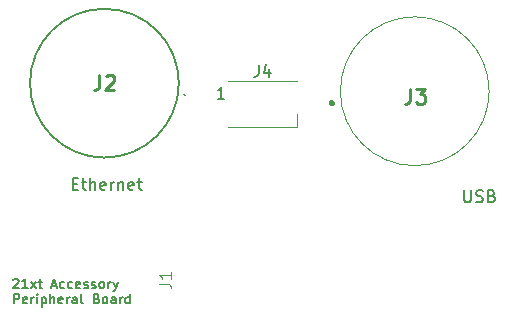
<source format=gbr>
%TF.GenerationSoftware,KiCad,Pcbnew,7.0.10*%
%TF.CreationDate,2024-12-20T17:15:43-05:00*%
%TF.ProjectId,accessory_peripheral,61636365-7373-46f7-9279-5f7065726970,rev?*%
%TF.SameCoordinates,Original*%
%TF.FileFunction,Legend,Top*%
%TF.FilePolarity,Positive*%
%FSLAX46Y46*%
G04 Gerber Fmt 4.6, Leading zero omitted, Abs format (unit mm)*
G04 Created by KiCad (PCBNEW 7.0.10) date 2024-12-20 17:15:43*
%MOMM*%
%LPD*%
G01*
G04 APERTURE LIST*
%ADD10C,0.150000*%
%ADD11C,0.254000*%
%ADD12C,0.100000*%
%ADD13C,0.120000*%
%ADD14C,0.400000*%
%ADD15C,0.200000*%
G04 APERTURE END LIST*
D10*
X44136379Y-49948609D02*
X44469712Y-49948609D01*
X44612569Y-50472419D02*
X44136379Y-50472419D01*
X44136379Y-50472419D02*
X44136379Y-49472419D01*
X44136379Y-49472419D02*
X44612569Y-49472419D01*
X44898284Y-49805752D02*
X45279236Y-49805752D01*
X45041141Y-49472419D02*
X45041141Y-50329561D01*
X45041141Y-50329561D02*
X45088760Y-50424800D01*
X45088760Y-50424800D02*
X45183998Y-50472419D01*
X45183998Y-50472419D02*
X45279236Y-50472419D01*
X45612570Y-50472419D02*
X45612570Y-49472419D01*
X46041141Y-50472419D02*
X46041141Y-49948609D01*
X46041141Y-49948609D02*
X45993522Y-49853371D01*
X45993522Y-49853371D02*
X45898284Y-49805752D01*
X45898284Y-49805752D02*
X45755427Y-49805752D01*
X45755427Y-49805752D02*
X45660189Y-49853371D01*
X45660189Y-49853371D02*
X45612570Y-49900990D01*
X46898284Y-50424800D02*
X46803046Y-50472419D01*
X46803046Y-50472419D02*
X46612570Y-50472419D01*
X46612570Y-50472419D02*
X46517332Y-50424800D01*
X46517332Y-50424800D02*
X46469713Y-50329561D01*
X46469713Y-50329561D02*
X46469713Y-49948609D01*
X46469713Y-49948609D02*
X46517332Y-49853371D01*
X46517332Y-49853371D02*
X46612570Y-49805752D01*
X46612570Y-49805752D02*
X46803046Y-49805752D01*
X46803046Y-49805752D02*
X46898284Y-49853371D01*
X46898284Y-49853371D02*
X46945903Y-49948609D01*
X46945903Y-49948609D02*
X46945903Y-50043847D01*
X46945903Y-50043847D02*
X46469713Y-50139085D01*
X47374475Y-50472419D02*
X47374475Y-49805752D01*
X47374475Y-49996228D02*
X47422094Y-49900990D01*
X47422094Y-49900990D02*
X47469713Y-49853371D01*
X47469713Y-49853371D02*
X47564951Y-49805752D01*
X47564951Y-49805752D02*
X47660189Y-49805752D01*
X47993523Y-49805752D02*
X47993523Y-50472419D01*
X47993523Y-49900990D02*
X48041142Y-49853371D01*
X48041142Y-49853371D02*
X48136380Y-49805752D01*
X48136380Y-49805752D02*
X48279237Y-49805752D01*
X48279237Y-49805752D02*
X48374475Y-49853371D01*
X48374475Y-49853371D02*
X48422094Y-49948609D01*
X48422094Y-49948609D02*
X48422094Y-50472419D01*
X49279237Y-50424800D02*
X49183999Y-50472419D01*
X49183999Y-50472419D02*
X48993523Y-50472419D01*
X48993523Y-50472419D02*
X48898285Y-50424800D01*
X48898285Y-50424800D02*
X48850666Y-50329561D01*
X48850666Y-50329561D02*
X48850666Y-49948609D01*
X48850666Y-49948609D02*
X48898285Y-49853371D01*
X48898285Y-49853371D02*
X48993523Y-49805752D01*
X48993523Y-49805752D02*
X49183999Y-49805752D01*
X49183999Y-49805752D02*
X49279237Y-49853371D01*
X49279237Y-49853371D02*
X49326856Y-49948609D01*
X49326856Y-49948609D02*
X49326856Y-50043847D01*
X49326856Y-50043847D02*
X48850666Y-50139085D01*
X49612571Y-49805752D02*
X49993523Y-49805752D01*
X49755428Y-49472419D02*
X49755428Y-50329561D01*
X49755428Y-50329561D02*
X49803047Y-50424800D01*
X49803047Y-50424800D02*
X49898285Y-50472419D01*
X49898285Y-50472419D02*
X49993523Y-50472419D01*
X39113064Y-58080485D02*
X39151160Y-58042390D01*
X39151160Y-58042390D02*
X39227350Y-58004295D01*
X39227350Y-58004295D02*
X39417826Y-58004295D01*
X39417826Y-58004295D02*
X39494017Y-58042390D01*
X39494017Y-58042390D02*
X39532112Y-58080485D01*
X39532112Y-58080485D02*
X39570207Y-58156676D01*
X39570207Y-58156676D02*
X39570207Y-58232866D01*
X39570207Y-58232866D02*
X39532112Y-58347152D01*
X39532112Y-58347152D02*
X39074969Y-58804295D01*
X39074969Y-58804295D02*
X39570207Y-58804295D01*
X40332112Y-58804295D02*
X39874969Y-58804295D01*
X40103541Y-58804295D02*
X40103541Y-58004295D01*
X40103541Y-58004295D02*
X40027350Y-58118580D01*
X40027350Y-58118580D02*
X39951160Y-58194771D01*
X39951160Y-58194771D02*
X39874969Y-58232866D01*
X40598779Y-58804295D02*
X41017827Y-58270961D01*
X40598779Y-58270961D02*
X41017827Y-58804295D01*
X41208303Y-58270961D02*
X41513065Y-58270961D01*
X41322589Y-58004295D02*
X41322589Y-58690009D01*
X41322589Y-58690009D02*
X41360684Y-58766200D01*
X41360684Y-58766200D02*
X41436874Y-58804295D01*
X41436874Y-58804295D02*
X41513065Y-58804295D01*
X42351160Y-58575723D02*
X42732113Y-58575723D01*
X42274970Y-58804295D02*
X42541637Y-58004295D01*
X42541637Y-58004295D02*
X42808303Y-58804295D01*
X43417827Y-58766200D02*
X43341636Y-58804295D01*
X43341636Y-58804295D02*
X43189255Y-58804295D01*
X43189255Y-58804295D02*
X43113065Y-58766200D01*
X43113065Y-58766200D02*
X43074970Y-58728104D01*
X43074970Y-58728104D02*
X43036874Y-58651914D01*
X43036874Y-58651914D02*
X43036874Y-58423342D01*
X43036874Y-58423342D02*
X43074970Y-58347152D01*
X43074970Y-58347152D02*
X43113065Y-58309057D01*
X43113065Y-58309057D02*
X43189255Y-58270961D01*
X43189255Y-58270961D02*
X43341636Y-58270961D01*
X43341636Y-58270961D02*
X43417827Y-58309057D01*
X44103541Y-58766200D02*
X44027350Y-58804295D01*
X44027350Y-58804295D02*
X43874969Y-58804295D01*
X43874969Y-58804295D02*
X43798779Y-58766200D01*
X43798779Y-58766200D02*
X43760684Y-58728104D01*
X43760684Y-58728104D02*
X43722588Y-58651914D01*
X43722588Y-58651914D02*
X43722588Y-58423342D01*
X43722588Y-58423342D02*
X43760684Y-58347152D01*
X43760684Y-58347152D02*
X43798779Y-58309057D01*
X43798779Y-58309057D02*
X43874969Y-58270961D01*
X43874969Y-58270961D02*
X44027350Y-58270961D01*
X44027350Y-58270961D02*
X44103541Y-58309057D01*
X44751160Y-58766200D02*
X44674969Y-58804295D01*
X44674969Y-58804295D02*
X44522588Y-58804295D01*
X44522588Y-58804295D02*
X44446398Y-58766200D01*
X44446398Y-58766200D02*
X44408302Y-58690009D01*
X44408302Y-58690009D02*
X44408302Y-58385247D01*
X44408302Y-58385247D02*
X44446398Y-58309057D01*
X44446398Y-58309057D02*
X44522588Y-58270961D01*
X44522588Y-58270961D02*
X44674969Y-58270961D01*
X44674969Y-58270961D02*
X44751160Y-58309057D01*
X44751160Y-58309057D02*
X44789255Y-58385247D01*
X44789255Y-58385247D02*
X44789255Y-58461438D01*
X44789255Y-58461438D02*
X44408302Y-58537628D01*
X45094016Y-58766200D02*
X45170207Y-58804295D01*
X45170207Y-58804295D02*
X45322588Y-58804295D01*
X45322588Y-58804295D02*
X45398778Y-58766200D01*
X45398778Y-58766200D02*
X45436874Y-58690009D01*
X45436874Y-58690009D02*
X45436874Y-58651914D01*
X45436874Y-58651914D02*
X45398778Y-58575723D01*
X45398778Y-58575723D02*
X45322588Y-58537628D01*
X45322588Y-58537628D02*
X45208302Y-58537628D01*
X45208302Y-58537628D02*
X45132112Y-58499533D01*
X45132112Y-58499533D02*
X45094016Y-58423342D01*
X45094016Y-58423342D02*
X45094016Y-58385247D01*
X45094016Y-58385247D02*
X45132112Y-58309057D01*
X45132112Y-58309057D02*
X45208302Y-58270961D01*
X45208302Y-58270961D02*
X45322588Y-58270961D01*
X45322588Y-58270961D02*
X45398778Y-58309057D01*
X45741635Y-58766200D02*
X45817826Y-58804295D01*
X45817826Y-58804295D02*
X45970207Y-58804295D01*
X45970207Y-58804295D02*
X46046397Y-58766200D01*
X46046397Y-58766200D02*
X46084493Y-58690009D01*
X46084493Y-58690009D02*
X46084493Y-58651914D01*
X46084493Y-58651914D02*
X46046397Y-58575723D01*
X46046397Y-58575723D02*
X45970207Y-58537628D01*
X45970207Y-58537628D02*
X45855921Y-58537628D01*
X45855921Y-58537628D02*
X45779731Y-58499533D01*
X45779731Y-58499533D02*
X45741635Y-58423342D01*
X45741635Y-58423342D02*
X45741635Y-58385247D01*
X45741635Y-58385247D02*
X45779731Y-58309057D01*
X45779731Y-58309057D02*
X45855921Y-58270961D01*
X45855921Y-58270961D02*
X45970207Y-58270961D01*
X45970207Y-58270961D02*
X46046397Y-58309057D01*
X46541635Y-58804295D02*
X46465445Y-58766200D01*
X46465445Y-58766200D02*
X46427350Y-58728104D01*
X46427350Y-58728104D02*
X46389254Y-58651914D01*
X46389254Y-58651914D02*
X46389254Y-58423342D01*
X46389254Y-58423342D02*
X46427350Y-58347152D01*
X46427350Y-58347152D02*
X46465445Y-58309057D01*
X46465445Y-58309057D02*
X46541635Y-58270961D01*
X46541635Y-58270961D02*
X46655921Y-58270961D01*
X46655921Y-58270961D02*
X46732112Y-58309057D01*
X46732112Y-58309057D02*
X46770207Y-58347152D01*
X46770207Y-58347152D02*
X46808302Y-58423342D01*
X46808302Y-58423342D02*
X46808302Y-58651914D01*
X46808302Y-58651914D02*
X46770207Y-58728104D01*
X46770207Y-58728104D02*
X46732112Y-58766200D01*
X46732112Y-58766200D02*
X46655921Y-58804295D01*
X46655921Y-58804295D02*
X46541635Y-58804295D01*
X47151160Y-58804295D02*
X47151160Y-58270961D01*
X47151160Y-58423342D02*
X47189255Y-58347152D01*
X47189255Y-58347152D02*
X47227350Y-58309057D01*
X47227350Y-58309057D02*
X47303541Y-58270961D01*
X47303541Y-58270961D02*
X47379731Y-58270961D01*
X47570207Y-58270961D02*
X47760683Y-58804295D01*
X47951160Y-58270961D02*
X47760683Y-58804295D01*
X47760683Y-58804295D02*
X47684493Y-58994771D01*
X47684493Y-58994771D02*
X47646398Y-59032866D01*
X47646398Y-59032866D02*
X47570207Y-59070961D01*
X39151160Y-60092295D02*
X39151160Y-59292295D01*
X39151160Y-59292295D02*
X39455922Y-59292295D01*
X39455922Y-59292295D02*
X39532112Y-59330390D01*
X39532112Y-59330390D02*
X39570207Y-59368485D01*
X39570207Y-59368485D02*
X39608303Y-59444676D01*
X39608303Y-59444676D02*
X39608303Y-59558961D01*
X39608303Y-59558961D02*
X39570207Y-59635152D01*
X39570207Y-59635152D02*
X39532112Y-59673247D01*
X39532112Y-59673247D02*
X39455922Y-59711342D01*
X39455922Y-59711342D02*
X39151160Y-59711342D01*
X40255922Y-60054200D02*
X40179731Y-60092295D01*
X40179731Y-60092295D02*
X40027350Y-60092295D01*
X40027350Y-60092295D02*
X39951160Y-60054200D01*
X39951160Y-60054200D02*
X39913064Y-59978009D01*
X39913064Y-59978009D02*
X39913064Y-59673247D01*
X39913064Y-59673247D02*
X39951160Y-59597057D01*
X39951160Y-59597057D02*
X40027350Y-59558961D01*
X40027350Y-59558961D02*
X40179731Y-59558961D01*
X40179731Y-59558961D02*
X40255922Y-59597057D01*
X40255922Y-59597057D02*
X40294017Y-59673247D01*
X40294017Y-59673247D02*
X40294017Y-59749438D01*
X40294017Y-59749438D02*
X39913064Y-59825628D01*
X40636874Y-60092295D02*
X40636874Y-59558961D01*
X40636874Y-59711342D02*
X40674969Y-59635152D01*
X40674969Y-59635152D02*
X40713064Y-59597057D01*
X40713064Y-59597057D02*
X40789255Y-59558961D01*
X40789255Y-59558961D02*
X40865445Y-59558961D01*
X41132112Y-60092295D02*
X41132112Y-59558961D01*
X41132112Y-59292295D02*
X41094016Y-59330390D01*
X41094016Y-59330390D02*
X41132112Y-59368485D01*
X41132112Y-59368485D02*
X41170207Y-59330390D01*
X41170207Y-59330390D02*
X41132112Y-59292295D01*
X41132112Y-59292295D02*
X41132112Y-59368485D01*
X41513064Y-59558961D02*
X41513064Y-60358961D01*
X41513064Y-59597057D02*
X41589254Y-59558961D01*
X41589254Y-59558961D02*
X41741635Y-59558961D01*
X41741635Y-59558961D02*
X41817826Y-59597057D01*
X41817826Y-59597057D02*
X41855921Y-59635152D01*
X41855921Y-59635152D02*
X41894016Y-59711342D01*
X41894016Y-59711342D02*
X41894016Y-59939914D01*
X41894016Y-59939914D02*
X41855921Y-60016104D01*
X41855921Y-60016104D02*
X41817826Y-60054200D01*
X41817826Y-60054200D02*
X41741635Y-60092295D01*
X41741635Y-60092295D02*
X41589254Y-60092295D01*
X41589254Y-60092295D02*
X41513064Y-60054200D01*
X42236874Y-60092295D02*
X42236874Y-59292295D01*
X42579731Y-60092295D02*
X42579731Y-59673247D01*
X42579731Y-59673247D02*
X42541636Y-59597057D01*
X42541636Y-59597057D02*
X42465445Y-59558961D01*
X42465445Y-59558961D02*
X42351159Y-59558961D01*
X42351159Y-59558961D02*
X42274969Y-59597057D01*
X42274969Y-59597057D02*
X42236874Y-59635152D01*
X43265446Y-60054200D02*
X43189255Y-60092295D01*
X43189255Y-60092295D02*
X43036874Y-60092295D01*
X43036874Y-60092295D02*
X42960684Y-60054200D01*
X42960684Y-60054200D02*
X42922588Y-59978009D01*
X42922588Y-59978009D02*
X42922588Y-59673247D01*
X42922588Y-59673247D02*
X42960684Y-59597057D01*
X42960684Y-59597057D02*
X43036874Y-59558961D01*
X43036874Y-59558961D02*
X43189255Y-59558961D01*
X43189255Y-59558961D02*
X43265446Y-59597057D01*
X43265446Y-59597057D02*
X43303541Y-59673247D01*
X43303541Y-59673247D02*
X43303541Y-59749438D01*
X43303541Y-59749438D02*
X42922588Y-59825628D01*
X43646398Y-60092295D02*
X43646398Y-59558961D01*
X43646398Y-59711342D02*
X43684493Y-59635152D01*
X43684493Y-59635152D02*
X43722588Y-59597057D01*
X43722588Y-59597057D02*
X43798779Y-59558961D01*
X43798779Y-59558961D02*
X43874969Y-59558961D01*
X44484493Y-60092295D02*
X44484493Y-59673247D01*
X44484493Y-59673247D02*
X44446398Y-59597057D01*
X44446398Y-59597057D02*
X44370207Y-59558961D01*
X44370207Y-59558961D02*
X44217826Y-59558961D01*
X44217826Y-59558961D02*
X44141636Y-59597057D01*
X44484493Y-60054200D02*
X44408302Y-60092295D01*
X44408302Y-60092295D02*
X44217826Y-60092295D01*
X44217826Y-60092295D02*
X44141636Y-60054200D01*
X44141636Y-60054200D02*
X44103540Y-59978009D01*
X44103540Y-59978009D02*
X44103540Y-59901819D01*
X44103540Y-59901819D02*
X44141636Y-59825628D01*
X44141636Y-59825628D02*
X44217826Y-59787533D01*
X44217826Y-59787533D02*
X44408302Y-59787533D01*
X44408302Y-59787533D02*
X44484493Y-59749438D01*
X44979731Y-60092295D02*
X44903541Y-60054200D01*
X44903541Y-60054200D02*
X44865446Y-59978009D01*
X44865446Y-59978009D02*
X44865446Y-59292295D01*
X46160684Y-59673247D02*
X46274970Y-59711342D01*
X46274970Y-59711342D02*
X46313065Y-59749438D01*
X46313065Y-59749438D02*
X46351161Y-59825628D01*
X46351161Y-59825628D02*
X46351161Y-59939914D01*
X46351161Y-59939914D02*
X46313065Y-60016104D01*
X46313065Y-60016104D02*
X46274970Y-60054200D01*
X46274970Y-60054200D02*
X46198780Y-60092295D01*
X46198780Y-60092295D02*
X45894018Y-60092295D01*
X45894018Y-60092295D02*
X45894018Y-59292295D01*
X45894018Y-59292295D02*
X46160684Y-59292295D01*
X46160684Y-59292295D02*
X46236875Y-59330390D01*
X46236875Y-59330390D02*
X46274970Y-59368485D01*
X46274970Y-59368485D02*
X46313065Y-59444676D01*
X46313065Y-59444676D02*
X46313065Y-59520866D01*
X46313065Y-59520866D02*
X46274970Y-59597057D01*
X46274970Y-59597057D02*
X46236875Y-59635152D01*
X46236875Y-59635152D02*
X46160684Y-59673247D01*
X46160684Y-59673247D02*
X45894018Y-59673247D01*
X46808303Y-60092295D02*
X46732113Y-60054200D01*
X46732113Y-60054200D02*
X46694018Y-60016104D01*
X46694018Y-60016104D02*
X46655922Y-59939914D01*
X46655922Y-59939914D02*
X46655922Y-59711342D01*
X46655922Y-59711342D02*
X46694018Y-59635152D01*
X46694018Y-59635152D02*
X46732113Y-59597057D01*
X46732113Y-59597057D02*
X46808303Y-59558961D01*
X46808303Y-59558961D02*
X46922589Y-59558961D01*
X46922589Y-59558961D02*
X46998780Y-59597057D01*
X46998780Y-59597057D02*
X47036875Y-59635152D01*
X47036875Y-59635152D02*
X47074970Y-59711342D01*
X47074970Y-59711342D02*
X47074970Y-59939914D01*
X47074970Y-59939914D02*
X47036875Y-60016104D01*
X47036875Y-60016104D02*
X46998780Y-60054200D01*
X46998780Y-60054200D02*
X46922589Y-60092295D01*
X46922589Y-60092295D02*
X46808303Y-60092295D01*
X47760685Y-60092295D02*
X47760685Y-59673247D01*
X47760685Y-59673247D02*
X47722590Y-59597057D01*
X47722590Y-59597057D02*
X47646399Y-59558961D01*
X47646399Y-59558961D02*
X47494018Y-59558961D01*
X47494018Y-59558961D02*
X47417828Y-59597057D01*
X47760685Y-60054200D02*
X47684494Y-60092295D01*
X47684494Y-60092295D02*
X47494018Y-60092295D01*
X47494018Y-60092295D02*
X47417828Y-60054200D01*
X47417828Y-60054200D02*
X47379732Y-59978009D01*
X47379732Y-59978009D02*
X47379732Y-59901819D01*
X47379732Y-59901819D02*
X47417828Y-59825628D01*
X47417828Y-59825628D02*
X47494018Y-59787533D01*
X47494018Y-59787533D02*
X47684494Y-59787533D01*
X47684494Y-59787533D02*
X47760685Y-59749438D01*
X48141638Y-60092295D02*
X48141638Y-59558961D01*
X48141638Y-59711342D02*
X48179733Y-59635152D01*
X48179733Y-59635152D02*
X48217828Y-59597057D01*
X48217828Y-59597057D02*
X48294019Y-59558961D01*
X48294019Y-59558961D02*
X48370209Y-59558961D01*
X48979733Y-60092295D02*
X48979733Y-59292295D01*
X48979733Y-60054200D02*
X48903542Y-60092295D01*
X48903542Y-60092295D02*
X48751161Y-60092295D01*
X48751161Y-60092295D02*
X48674971Y-60054200D01*
X48674971Y-60054200D02*
X48636876Y-60016104D01*
X48636876Y-60016104D02*
X48598780Y-59939914D01*
X48598780Y-59939914D02*
X48598780Y-59711342D01*
X48598780Y-59711342D02*
X48636876Y-59635152D01*
X48636876Y-59635152D02*
X48674971Y-59597057D01*
X48674971Y-59597057D02*
X48751161Y-59558961D01*
X48751161Y-59558961D02*
X48903542Y-59558961D01*
X48903542Y-59558961D02*
X48979733Y-59597057D01*
X77273379Y-50508019D02*
X77273379Y-51317542D01*
X77273379Y-51317542D02*
X77320998Y-51412780D01*
X77320998Y-51412780D02*
X77368617Y-51460400D01*
X77368617Y-51460400D02*
X77463855Y-51508019D01*
X77463855Y-51508019D02*
X77654331Y-51508019D01*
X77654331Y-51508019D02*
X77749569Y-51460400D01*
X77749569Y-51460400D02*
X77797188Y-51412780D01*
X77797188Y-51412780D02*
X77844807Y-51317542D01*
X77844807Y-51317542D02*
X77844807Y-50508019D01*
X78273379Y-51460400D02*
X78416236Y-51508019D01*
X78416236Y-51508019D02*
X78654331Y-51508019D01*
X78654331Y-51508019D02*
X78749569Y-51460400D01*
X78749569Y-51460400D02*
X78797188Y-51412780D01*
X78797188Y-51412780D02*
X78844807Y-51317542D01*
X78844807Y-51317542D02*
X78844807Y-51222304D01*
X78844807Y-51222304D02*
X78797188Y-51127066D01*
X78797188Y-51127066D02*
X78749569Y-51079447D01*
X78749569Y-51079447D02*
X78654331Y-51031828D01*
X78654331Y-51031828D02*
X78463855Y-50984209D01*
X78463855Y-50984209D02*
X78368617Y-50936590D01*
X78368617Y-50936590D02*
X78320998Y-50888971D01*
X78320998Y-50888971D02*
X78273379Y-50793733D01*
X78273379Y-50793733D02*
X78273379Y-50698495D01*
X78273379Y-50698495D02*
X78320998Y-50603257D01*
X78320998Y-50603257D02*
X78368617Y-50555638D01*
X78368617Y-50555638D02*
X78463855Y-50508019D01*
X78463855Y-50508019D02*
X78701950Y-50508019D01*
X78701950Y-50508019D02*
X78844807Y-50555638D01*
X79606712Y-50984209D02*
X79749569Y-51031828D01*
X79749569Y-51031828D02*
X79797188Y-51079447D01*
X79797188Y-51079447D02*
X79844807Y-51174685D01*
X79844807Y-51174685D02*
X79844807Y-51317542D01*
X79844807Y-51317542D02*
X79797188Y-51412780D01*
X79797188Y-51412780D02*
X79749569Y-51460400D01*
X79749569Y-51460400D02*
X79654331Y-51508019D01*
X79654331Y-51508019D02*
X79273379Y-51508019D01*
X79273379Y-51508019D02*
X79273379Y-50508019D01*
X79273379Y-50508019D02*
X79606712Y-50508019D01*
X79606712Y-50508019D02*
X79701950Y-50555638D01*
X79701950Y-50555638D02*
X79749569Y-50603257D01*
X79749569Y-50603257D02*
X79797188Y-50698495D01*
X79797188Y-50698495D02*
X79797188Y-50793733D01*
X79797188Y-50793733D02*
X79749569Y-50888971D01*
X79749569Y-50888971D02*
X79701950Y-50936590D01*
X79701950Y-50936590D02*
X79606712Y-50984209D01*
X79606712Y-50984209D02*
X79273379Y-50984209D01*
X59864666Y-39884819D02*
X59864666Y-40599104D01*
X59864666Y-40599104D02*
X59817047Y-40741961D01*
X59817047Y-40741961D02*
X59721809Y-40837200D01*
X59721809Y-40837200D02*
X59578952Y-40884819D01*
X59578952Y-40884819D02*
X59483714Y-40884819D01*
X60769428Y-40218152D02*
X60769428Y-40884819D01*
X60531333Y-39837200D02*
X60293238Y-40551485D01*
X60293238Y-40551485D02*
X60912285Y-40551485D01*
X56983714Y-42759819D02*
X56412286Y-42759819D01*
X56698000Y-42759819D02*
X56698000Y-41759819D01*
X56698000Y-41759819D02*
X56602762Y-41902676D01*
X56602762Y-41902676D02*
X56507524Y-41997914D01*
X56507524Y-41997914D02*
X56412286Y-42045533D01*
D11*
X72719667Y-41902318D02*
X72719667Y-42809461D01*
X72719667Y-42809461D02*
X72659190Y-42990889D01*
X72659190Y-42990889D02*
X72538238Y-43111842D01*
X72538238Y-43111842D02*
X72356809Y-43172318D01*
X72356809Y-43172318D02*
X72235857Y-43172318D01*
X73203476Y-41902318D02*
X73989667Y-41902318D01*
X73989667Y-41902318D02*
X73566333Y-42386127D01*
X73566333Y-42386127D02*
X73747762Y-42386127D01*
X73747762Y-42386127D02*
X73868714Y-42446603D01*
X73868714Y-42446603D02*
X73929190Y-42507080D01*
X73929190Y-42507080D02*
X73989667Y-42628032D01*
X73989667Y-42628032D02*
X73989667Y-42930413D01*
X73989667Y-42930413D02*
X73929190Y-43051365D01*
X73929190Y-43051365D02*
X73868714Y-43111842D01*
X73868714Y-43111842D02*
X73747762Y-43172318D01*
X73747762Y-43172318D02*
X73384905Y-43172318D01*
X73384905Y-43172318D02*
X73263952Y-43111842D01*
X73263952Y-43111842D02*
X73203476Y-43051365D01*
X46390667Y-40747318D02*
X46390667Y-41654461D01*
X46390667Y-41654461D02*
X46330190Y-41835889D01*
X46330190Y-41835889D02*
X46209238Y-41956842D01*
X46209238Y-41956842D02*
X46027809Y-42017318D01*
X46027809Y-42017318D02*
X45906857Y-42017318D01*
X46934952Y-40868270D02*
X46995428Y-40807794D01*
X46995428Y-40807794D02*
X47116381Y-40747318D01*
X47116381Y-40747318D02*
X47418762Y-40747318D01*
X47418762Y-40747318D02*
X47539714Y-40807794D01*
X47539714Y-40807794D02*
X47600190Y-40868270D01*
X47600190Y-40868270D02*
X47660667Y-40989222D01*
X47660667Y-40989222D02*
X47660667Y-41110175D01*
X47660667Y-41110175D02*
X47600190Y-41291603D01*
X47600190Y-41291603D02*
X46874476Y-42017318D01*
X46874476Y-42017318D02*
X47660667Y-42017318D01*
D12*
X51421719Y-58409933D02*
X52136004Y-58409933D01*
X52136004Y-58409933D02*
X52278861Y-58457552D01*
X52278861Y-58457552D02*
X52374100Y-58552790D01*
X52374100Y-58552790D02*
X52421719Y-58695647D01*
X52421719Y-58695647D02*
X52421719Y-58790885D01*
X52421719Y-57409933D02*
X52421719Y-57981361D01*
X52421719Y-57695647D02*
X51421719Y-57695647D01*
X51421719Y-57695647D02*
X51564576Y-57790885D01*
X51564576Y-57790885D02*
X51659814Y-57886123D01*
X51659814Y-57886123D02*
X51707433Y-57981361D01*
D13*
%TO.C,J4*%
X57248000Y-41230000D02*
X63148000Y-41230000D01*
X57248000Y-45130000D02*
X63148000Y-45130000D01*
X63148000Y-45130000D02*
X63148000Y-44055000D01*
D14*
%TO.C,J3*%
X65993000Y-43098000D02*
X65993000Y-43098000D01*
X66093000Y-43098000D02*
X66093000Y-43098000D01*
D12*
X66793000Y-42123000D02*
X66793000Y-42123000D01*
X79393000Y-42123000D02*
X79393000Y-42123000D01*
D14*
X66093000Y-43098000D02*
G75*
G03*
X65993000Y-43098000I-50000J0D01*
G01*
X65993000Y-43098000D02*
G75*
G03*
X66093000Y-43098000I50000J0D01*
G01*
D12*
X79393000Y-42123000D02*
G75*
G03*
X66793000Y-42123000I-6300000J0D01*
G01*
X66793000Y-42123000D02*
G75*
G03*
X79393000Y-42123000I6300000J0D01*
G01*
D15*
%TO.C,J2*%
X46814000Y-35143000D02*
X46814000Y-35143000D01*
X46814000Y-47743000D02*
X46814000Y-47743000D01*
D12*
X53514000Y-42418000D02*
X53514000Y-42418000D01*
X53614000Y-42418000D02*
X53614000Y-42418000D01*
D15*
X46814000Y-47743000D02*
G75*
G03*
X46814000Y-35143000I0J6300000D01*
G01*
X46814000Y-35143000D02*
G75*
G03*
X46814000Y-47743000I0J-6300000D01*
G01*
D12*
X53614000Y-42418000D02*
G75*
G03*
X53514000Y-42418000I-50000J0D01*
G01*
X53514000Y-42418000D02*
G75*
G03*
X53614000Y-42418000I50000J0D01*
G01*
%TD*%
M02*

</source>
